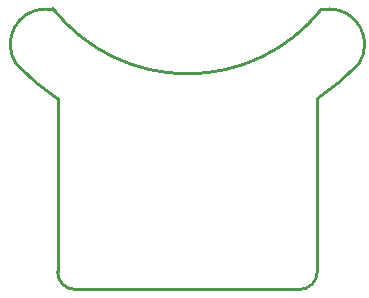
<source format=gko>
G04 Layer_Color=16711935*
%FSLAX44Y44*%
%MOMM*%
G71*
G01*
G75*
%ADD19C,0.2500*%
%ADD24C,0.2540*%
D19*
X-3794Y222635D02*
G03*
X223614Y222406I113794J89866D01*
G01*
X-35152Y176161D02*
G03*
X-232Y146650I145152J136339D01*
G01*
X-10000Y222500D02*
G03*
X-35158Y176157I-0J-30000D01*
G01*
X255158D02*
G03*
X230000Y222500I-25158J16343D01*
G01*
X220232Y146650D02*
G03*
X255152Y176162I-110232J165850D01*
G01*
D24*
X205000Y-15000D02*
G03*
X220000Y0I0J15000D01*
G01*
X0Y0D02*
G03*
X15000Y-15000I15000J0D01*
G01*
Y-15000D02*
X205000D01*
X-10000Y222500D02*
X-3965D01*
X220000Y0D02*
Y146650D01*
X223495Y222500D02*
X230000D01*
X0Y0D02*
Y146650D01*
M02*

</source>
